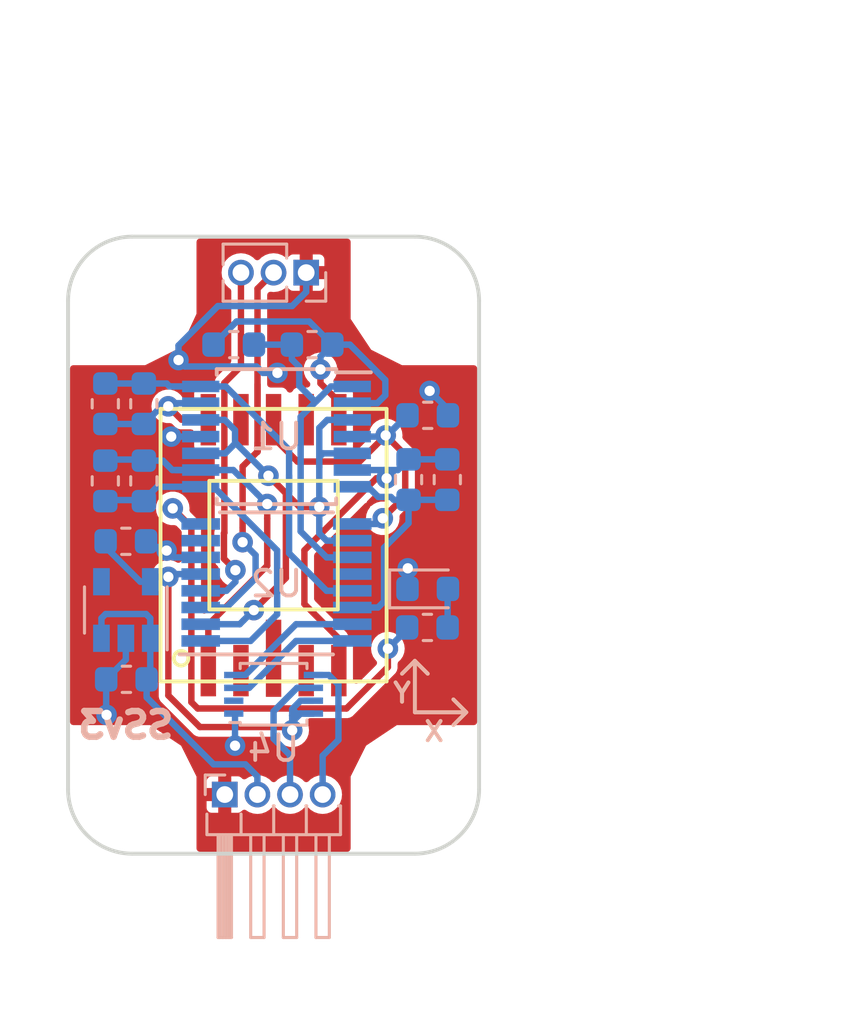
<source format=kicad_pcb>
(kicad_pcb (version 20240108) (generator "pcbnew") (generator_version "8.0")
  (title_block (title "PSS Sun Sensor") (date "2021-06-29") (rev "v3") (company "Aalto University") (comment 1 "Petri Niemelä"))
  (layers (0 "F.Cu" signal) (31 "B.Cu" signal) (34 "B.Paste" user) (35 "F.Paste" user) (36 "B.SilkS" user "B.Silkscreen") (37 "F.SilkS" user "F.Silkscreen") (38 "B.Mask" user) (39 "F.Mask" user) (44 "Edge.Cuts" user))
  (net 0 "")
  (net 1 "+3V3")
  (net 2 "GND")
  (net 3 "/VX1")
  (net 4 "Net-(D1-Anode_Y2)")
  (net 5 "Net-(D1-Anode_Y1)")
  (net 6 "/VX2")
  (net 7 "/VY1")
  (net 8 "Net-(D1-Anode_X2)")
  (net 9 "Net-(D1-Anode_X1)")
  (net 10 "/VY2")
  (net 16 "/V_ref")
  (net 17 "/SCL")
  (net 18 "/SDA")
  (net 19 "/Vopamp")
  (net 20 "/SBWTDIO")
  (net 21 "/VIN")
  (net 22 "/SBWTCK")
  (net 23 "Net-(D2-A)")
  (net 24 "/LED")
  (net 28 "/SDA_OUT")
  (net 29 "/SCL_OUT")
  (footprint "MountingHole:MountingHole_2.2mm_M2" (layer "F.Cu") (at 144.5 109.5)
    (property "Reference" "MH4" (hide yes))
    (property "Value" "MountingHole")
    (pad "" np_thru_hole circle (at 0 0) (size 2.2 2.2) (drill 2.2) (layers "*.Cu" "*.Mask"))
  )
  (footprint "MountingHole:MountingHole_2.2mm_M2" (layer "F.Cu") (at 155.5 90.5)
    (property "Reference" "MH2" (hide yes))
    (property "Value" "MountingHole")
    (pad "" np_thru_hole circle (at 0 0) (size 2.2 2.2) (drill 2.2) (layers "*.Cu" "*.Mask"))
  )
  (footprint "MountingHole:MountingHole_2.2mm_M2" (layer "F.Cu") (at 155.5 109.5)
    (property "Reference" "MH3" (hide yes))
    (property "Value" "MountingHole")
    (pad "" np_thru_hole circle (at 0 0) (size 2.2 2.2) (drill 2.2) (layers "*.Cu" "*.Mask"))
  )
  (footprint "MountingHole:MountingHole_2.2mm_M2" (layer "F.Cu") (at 144.5 90.5)
    (property "Reference" "MH1" (hide yes))
    (property "Value" "MountingHole")
    (pad "" np_thru_hole circle (at 0 0) (size 2.2 2.2) (drill 2.2) (layers "*.Cu" "*.Mask"))
  )
  (footprint "Foresail:Hamatsu_S5980" (layer "F.Cu") (at 150 100)
    (property "Reference" "D1" (hide yes))
    (property "Value" "Hamamatsu S5990-01")
    (fp_line (start -4.4 -5.3) (end 4.4 -5.3) (stroke (width 0.15)) (layer "F.SilkS"))
    (fp_line (start -4.4 5.3) (end -4.4 -5.3) (stroke (width 0.15)) (layer "F.SilkS"))
    (fp_line (start -2.5 -2.5) (end 2.5 -2.5) (stroke (width 0.15)) (layer "F.SilkS"))
    (fp_line (start -2.5 2.5) (end -2.5 -2.5) (stroke (width 0.15)) (layer "F.SilkS"))
    (fp_line (start 2.5 -2.5) (end 2.5 2.5) (stroke (width 0.15)) (layer "F.SilkS"))
    (fp_line (start 2.5 2.5) (end -2.5 2.5) (stroke (width 0.15)) (layer "F.SilkS"))
    (fp_line (start 4.4 -5.3) (end 4.4 5.3) (stroke (width 0.15)) (layer "F.SilkS"))
    (fp_line (start 4.4 5.3) (end -4.4 5.3) (stroke (width 0.15)) (layer "F.SilkS"))
    (fp_circle (center -3.6 4.4) (end -3.317157 4.4) (stroke (width 0.15)) (fill none) (layer "F.SilkS"))
    (pad "1" smd rect (at -2.54 4.88) (size 0.6 2) (layers "F.Cu" "F.Paste" "F.Mask") (net 9 "Net-(D1-Anode_X1)"))
    (pad "2" smd rect (at -1.27 4.88) (size 0.6 2) (layers "F.Cu" "F.Paste" "F.Mask"))
    (pad "3" smd rect (at 0 4.4) (size 0.6 3) (layers "F.Cu" "F.Paste" "F.Mask"))
    (pad "4" smd rect (at 1.27 4.88) (size 0.6 2) (layers "F.Cu" "F.Paste" "F.Mask"))
    (pad "5" smd rect (at 2.54 4.88) (size 0.6 2) (layers "F.Cu" "F.Paste" "F.Mask") (net 5 "Net-(D1-Anode_Y1)"))
    (pad "6" smd rect (at 2.54 -4.88) (size 0.6 2) (layers "F.Cu" "F.Paste" "F.Mask") (net 8 "Net-(D1-Anode_X2)"))
    (pad "7" smd rect (at 1.27 -4.88) (size 0.6 2) (layers "F.Cu" "F.Paste" "F.Mask"))
    (pad "8" smd rect (at 0 -4.88) (size 0.6 2) (layers "F.Cu" "F.Paste" "F.Mask") (net 19 "/Vopamp"))
    (pad "9" smd rect (at -1.27 -4.88) (size 0.6 2) (layers "F.Cu" "F.Paste" "F.Mask"))
    (pad "10" smd rect (at -2.54 -4.88) (size 0.6 2) (layers "F.Cu" "F.Paste" "F.Mask") (net 4 "Net-(D1-Anode_Y2)"))
  )
  (footprint "Capacitor_SMD:C_0603_1608Metric" (layer "B.Cu") (at 156 94.95 180)
    (property "Reference" "C1" (hide yes))
    (property "Value" "10n")
    (fp_line (start -0.162779 0.51) (end 0.162779 0.51) (stroke (width 0.12)) (layer "B.SilkS"))
    (fp_line (start -0.162779 -0.51) (end 0.162779 -0.51) (stroke (width 0.12)) (layer "B.SilkS"))
    (pad "1" smd roundrect (at -0.7875 0 180) (size 0.875 0.95) (layers "B.Cu" "B.Paste" "B.Mask") (net 2 "GND"))
    (pad "2" smd roundrect (at 0.7875 0 180) (size 0.875 0.95) (layers "B.Cu" "B.Paste" "B.Mask") (net 19 "/Vopamp"))
  )
  (footprint "Resistor_SMD:R_0603_1608Metric" (layer "B.Cu") (at 143.45 97.5 90)
    (property "Reference" "R4" (hide yes))
    (property "Value" "9k1")
    (fp_line (start -0.162779 -0.51) (end 0.162779 -0.51) (stroke (width 0.12)) (layer "B.SilkS"))
    (fp_line (start -0.162779 0.51) (end 0.162779 0.51) (stroke (width 0.12)) (layer "B.SilkS"))
    (pad "1" smd roundrect (at -0.7875 0 90) (size 0.875 0.95) (layers "B.Cu" "B.Paste" "B.Mask") (net 3 "/VX1"))
    (pad "2" smd roundrect (at 0.7875 0 90) (size 0.875 0.95) (layers "B.Cu" "B.Paste" "B.Mask") (net 9 "Net-(D1-Anode_X1)"))
  )
  (footprint "Capacitor_SMD:C_0603_1608Metric" (layer "B.Cu") (at 143.45 94.5 -90)
    (property "Reference" "C3" (hide yes))
    (property "Value" "470n")
    (fp_line (start -0.162779 0.51) (end 0.162779 0.51) (stroke (width 0.12)) (layer "B.SilkS"))
    (fp_line (start -0.162779 -0.51) (end 0.162779 -0.51) (stroke (width 0.12)) (layer "B.SilkS"))
    (pad "1" smd roundrect (at -0.7875 0 270) (size 0.875 0.95) (layers "B.Cu" "B.Paste" "B.Mask") (net 10 "/VY2"))
    (pad "2" smd roundrect (at 0.7875 0 270) (size 0.875 0.95) (layers "B.Cu" "B.Paste" "B.Mask") (net 4 "Net-(D1-Anode_Y2)"))
  )
  (footprint "Capacitor_SMD:C_0603_1608Metric" (layer "B.Cu") (at 144.95 97.5 90)
    (property "Reference" "C6" (hide yes))
    (property "Value" "470n")
    (fp_line (start -0.162779 -0.51) (end 0.162779 -0.51) (stroke (width 0.12)) (layer "B.SilkS"))
    (fp_line (start -0.162779 0.51) (end 0.162779 0.51) (stroke (width 0.12)) (layer "B.SilkS"))
    (pad "1" smd roundrect (at -0.7875 0 90) (size 0.875 0.95) (layers "B.Cu" "B.Paste" "B.Mask") (net 3 "/VX1"))
    (pad "2" smd roundrect (at 0.7875 0 90) (size 0.875 0.95) (layers "B.Cu" "B.Paste" "B.Mask") (net 9 "Net-(D1-Anode_X1)"))
  )
  (footprint "Resistor_SMD:R_0603_1608Metric" (layer "B.Cu") (at 144.95 94.5 -90)
    (property "Reference" "R1" (hide yes))
    (property "Value" "9k1")
    (fp_line (start -0.162779 0.51) (end 0.162779 0.51) (stroke (width 0.12)) (layer "B.SilkS"))
    (fp_line (start -0.162779 -0.51) (end 0.162779 -0.51) (stroke (width 0.12)) (layer "B.SilkS"))
    (pad "1" smd roundrect (at -0.7875 0 270) (size 0.875 0.95) (layers "B.Cu" "B.Paste" "B.Mask") (net 10 "/VY2"))
    (pad "2" smd roundrect (at 0.7875 0 270) (size 0.875 0.95) (layers "B.Cu" "B.Paste" "B.Mask") (net 4 "Net-(D1-Anode_Y2)"))
  )
  (footprint "Capacitor_SMD:C_0603_1608Metric" (layer "B.Cu") (at 148.45 92.2 180)
    (property "Reference" "C5" (hide yes))
    (property "Value" "470n")
    (fp_line (start -0.162779 0.51) (end 0.162779 0.51) (stroke (width 0.12)) (layer "B.SilkS"))
    (fp_line (start -0.162779 -0.51) (end 0.162779 -0.51) (stroke (width 0.12)) (layer "B.SilkS"))
    (pad "1" smd roundrect (at -0.7875 0 180) (size 0.875 0.95) (layers "B.Cu" "B.Paste" "B.Mask") (net 6 "/VX2"))
    (pad "2" smd roundrect (at 0.7875 0 180) (size 0.875 0.95) (layers "B.Cu" "B.Paste" "B.Mask") (net 8 "Net-(D1-Anode_X2)"))
  )
  (footprint "LED_SMD:LED_0603_1608Metric" (layer "B.Cu") (at 156 101.7)
    (property "Reference" "D2" (hide yes))
    (property "Value" "YELLOW LED")
    (fp_line (start -1.485 -0.735) (end 0.8 -0.735) (stroke (width 0.12)) (layer "B.SilkS"))
    (fp_line (start -1.485 0.735) (end -1.485 -0.735) (stroke (width 0.12)) (layer "B.SilkS"))
    (fp_line (start 0.8 0.735) (end -1.485 0.735) (stroke (width 0.12)) (layer "B.SilkS"))
    (pad "1" smd roundrect (at -0.7875 0) (size 0.875 0.95) (layers "B.Cu" "B.Paste" "B.Mask") (net 2 "GND"))
    (pad "2" smd roundrect (at 0.7875 0) (size 0.875 0.95) (layers "B.Cu" "B.Paste" "B.Mask") (net 23 "Net-(D2-A)"))
  )
  (footprint "Package_TO_SOT_SMD:SOT-23-5" (layer "B.Cu") (at 144.25 102.522 90)
    (property "Reference" "U3" (hide yes))
    (property "Value" "TLV71333P-Q1")
    (fp_line (start -0.9 -1.61) (end 0.9 -1.61) (stroke (width 0.12)) (layer "B.SilkS"))
    (fp_line (start 0.9 1.61) (end -1.55 1.61) (stroke (width 0.12)) (layer "B.SilkS"))
    (pad "1" smd rect (at -1.1 0.95 90) (size 1.06 0.65) (layers "B.Cu" "B.Paste" "B.Mask") (net 21 "/VIN"))
    (pad "2" smd rect (at -1.1 0 90) (size 1.06 0.65) (layers "B.Cu" "B.Paste" "B.Mask") (net 2 "GND"))
    (pad "3" smd rect (at -1.1 -0.95 90) (size 1.06 0.65) (layers "B.Cu" "B.Paste" "B.Mask") (net 21 "/VIN"))
    (pad "4" smd rect (at 1.1 -0.95 90) (size 1.06 0.65) (layers "B.Cu" "B.Paste" "B.Mask"))
    (pad "5" smd rect (at 1.1 0.95 90) (size 1.06 0.65) (layers "B.Cu" "B.Paste" "B.Mask") (net 1 "+3V3"))
  )
  (footprint "Capacitor_SMD:C_0603_1608Metric" (layer "B.Cu") (at 144.272 105.218)
    (property "Reference" "C2" (hide yes))
    (property "Value" "100n")
    (fp_line (start -0.162779 -0.51) (end 0.162779 -0.51) (stroke (width 0.12)) (layer "B.SilkS"))
    (fp_line (start -0.162779 0.51) (end 0.162779 0.51) (stroke (width 0.12)) (layer "B.SilkS"))
    (pad "1" smd roundrect (at -0.7875 0) (size 0.875 0.95) (layers "B.Cu" "B.Paste" "B.Mask") (net 2 "GND"))
    (pad "2" smd roundrect (at 0.7875 0) (size 0.875 0.95) (layers "B.Cu" "B.Paste" "B.Mask") (net 21 "/VIN"))
  )
  (footprint "Resistor_SMD:R_0603_1608Metric" (layer "B.Cu") (at 155.254 97.45 90)
    (property "Reference" "R2" (hide yes))
    (property "Value" "9k1")
    (fp_line (start -0.162779 -0.51) (end 0.162779 -0.51) (stroke (width 0.12)) (layer "B.SilkS"))
    (fp_line (start -0.162779 0.51) (end 0.162779 0.51) (stroke (width 0.12)) (layer "B.SilkS"))
    (pad "1" smd roundrect (at -0.7875 0 90) (size 0.875 0.95) (layers "B.Cu" "B.Paste" "B.Mask") (net 7 "/VY1"))
    (pad "2" smd roundrect (at 0.7875 0 90) (size 0.875 0.95) (layers "B.Cu" "B.Paste" "B.Mask") (net 5 "Net-(D1-Anode_Y1)"))
  )
  (footprint "Package_SO:TSSOP-16_4.4x5mm_P0.65mm" (layer "B.Cu") (at 150.114 101.45)
    (property "Reference" "U2" (at 0 0.05 0) (layer "B.SilkS") (effects (justify mirror)))
    (property "Value" "MSP430FR2311IPW16")
    (fp_line (start -3.775 2.8) (end 2.2 2.8) (stroke (width 0.15)) (layer "B.SilkS"))
    (fp_line (start -2.2 -2.725) (end 2.2 -2.725) (stroke (width 0.15)) (layer "B.SilkS"))
    (pad "1" smd rect (at -2.95 2.275) (size 1.5 0.45) (layers "B.Cu" "B.Paste" "B.Mask") (net 3 "/VX1"))
    (pad "2" smd rect (at -2.95 1.625) (size 1.5 0.45) (layers "B.Cu" "B.Paste" "B.Mask") (net 16 "/V_ref"))
    (pad "3" smd rect (at -2.95 0.975) (size 1.5 0.45) (layers "B.Cu" "B.Paste" "B.Mask") (net 22 "/SBWTCK"))
    (pad "4" smd rect (at -2.95 0.325) (size 1.5 0.45) (layers "B.Cu" "B.Paste" "B.Mask") (net 20 "/SBWTDIO"))
    (pad "5" smd rect (at -2.95 -0.325) (size 1.5 0.45) (layers "B.Cu" "B.Paste" "B.Mask") (net 1 "+3V3"))
    (pad "6" smd rect (at -2.95 -0.975) (size 1.5 0.45) (layers "B.Cu" "B.Paste" "B.Mask") (net 2 "GND"))
    (pad "7" smd rect (at -2.95 -1.625) (size 1.5 0.45) (layers "B.Cu" "B.Paste" "B.Mask"))
    (pad "8" smd rect (at -2.95 -2.275) (size 1.5 0.45) (layers "B.Cu" "B.Paste" "B.Mask") (net 24 "/LED"))
    (pad "9" smd rect (at 2.95 -2.275) (size 1.5 0.45) (layers "B.Cu" "B.Paste" "B.Mask") (net 19 "/Vopamp"))
    (pad "10" smd rect (at 2.95 -1.625) (size 1.5 0.45) (layers "B.Cu" "B.Paste" "B.Mask") (net 16 "/V_ref"))
    (pad "11" smd rect (at 2.95 -0.975) (size 1.5 0.45) (layers "B.Cu" "B.Paste" "B.Mask") (net 6 "/VX2"))
    (pad "12" smd rect (at 2.95 -0.325) (size 1.5 0.45) (layers "B.Cu" "B.Paste" "B.Mask"))
    (pad "13" smd rect (at 2.95 0.325) (size 1.5 0.45) (layers "B.Cu" "B.Paste" "B.Mask") (net 10 "/VY2"))
    (pad "14" smd rect (at 2.95 0.975) (size 1.5 0.45) (layers "B.Cu" "B.Paste" "B.Mask") (net 7 "/VY1"))
    (pad "15" smd rect (at 2.95 1.625) (size 1.5 0.45) (layers "B.Cu" "B.Paste" "B.Mask") (net 17 "/SCL"))
    (pad "16" smd rect (at 2.95 2.275) (size 1.5 0.45) (layers "B.Cu" "B.Paste" "B.Mask") (net 18 "/SDA"))
  )
  (footprint "Package_SO:TSSOP-14_4.4x5mm_P0.65mm" (layer "B.Cu") (at 150.114 95.778 180)
    (property "Reference" "U1" (at 0 0 180) (layer "B.SilkS") (effects (justify mirror)))
    (property "Value" "LMV344-Q1")
    (fp_line (start 2.325 2.625) (end 2.325 2.4) (stroke (width 0.15)) (layer "B.SilkS"))
    (fp_line (start 2.325 -2.625) (end 2.325 -2.4) (stroke (width 0.15)) (layer "B.SilkS"))
    (fp_line (start -2.325 2.625) (end 2.325 2.625) (stroke (width 0.15)) (layer "B.SilkS"))
    (fp_line (start -2.325 2.625) (end -2.325 2.5) (stroke (width 0.15)) (layer "B.SilkS"))
    (fp_line (start -2.325 2.5) (end -3.675 2.5) (stroke (width 0.15)) (layer "B.SilkS"))
    (fp_line (start -2.325 -2.625) (end 2.325 -2.625) (stroke (width 0.15)) (layer "B.SilkS"))
    (fp_line (start -2.325 -2.625) (end -2.325 -2.4) (stroke (width 0.15)) (layer "B.SilkS"))
    (pad "1" smd rect (at -2.95 1.95 180) (size 1.45 0.45) (layers "B.Cu" "B.Paste" "B.Mask") (net 6 "/VX2"))
    (pad "2" smd rect (at -2.95 1.3 180) (size 1.45 0.45) (layers "B.Cu" "B.Paste" "B.Mask") (net 8 "Net-(D1-Anode_X2)"))
    (pad "3" smd rect (at -2.95 0.65 180) (size 1.45 0.45) (layers "B.Cu" "B.Paste" "B.Mask") (net 16 "/V_ref"))
    (pad "4" smd rect (at -2.95 0 180) (size 1.45 0.45) (layers "B.Cu" "B.Paste" "B.Mask") (net 19 "/Vopamp"))
    (pad "5" smd rect (at -2.95 -0.65 180) (size 1.45 0.45) (layers "B.Cu" "B.Paste" "B.Mask") (net 16 "/V_ref"))
    (pad "6" smd rect (at -2.95 -1.3 180) (size 1.45 0.45) (layers "B.Cu" "B.Paste" "B.Mask") (net 5 "Net-(D1-Anode_Y1)"))
    (pad "7" smd rect (at -2.95 -1.95 180) (size 1.45 0.45) (layers "B.Cu" "B.Paste" "B.Mask") (net 7 "/VY1"))
    (pad "8" smd rect (at 2.95 -1.95 180) (size 1.45 0.45) (layers "B.Cu" "B.Paste" "B.Mask") (net 3 "/VX1"))
    (pad "9" smd rect (at 2.95 -1.3 180) (size 1.45 0.45) (layers "B.Cu" "B.Paste" "B.Mask") (net 9 "Net-(D1-Anode_X1)"))
    (pad "10" smd rect (at 2.95 -0.65 180) (size 1.45 0.45) (layers "B.Cu" "B.Paste" "B.Mask") (net 16 "/V_ref"))
    (pad "11" smd rect (at 2.95 0 180) (size 1.45 0.45) (layers "B.Cu" "B.Paste" "B.Mask") (net 2 "GND"))
    (pad "12" smd rect (at 2.95 0.65 180) (size 1.45 0.45) (layers "B.Cu" "B.Paste" "B.Mask") (net 16 "/V_ref"))
    (pad "13" smd rect (at 2.95 1.3 180) (size 1.45 0.45) (layers "B.Cu" "B.Paste" "B.Mask") (net 4 "Net-(D1-Anode_Y2)"))
    (pad "14" smd rect (at 2.95 1.95 180) (size 1.45 0.45) (layers "B.Cu" "B.Paste" "B.Mask") (net 10 "/VY2"))
  )
  (footprint "Resistor_SMD:R_0603_1608Metric" (layer "B.Cu") (at 151.5 92.2)
    (property "Reference" "R3" (hide yes))
    (property "Value" "9k1")
    (fp_line (start -0.162779 -0.51) (end 0.162779 -0.51) (stroke (width 0.12)) (layer "B.SilkS"))
    (fp_line (start -0.162779 0.51) (end 0.162779 0.51) (stroke (width 0.12)) (layer "B.SilkS"))
    (pad "1" smd roundrect (at -0.7875 0) (size 0.875 0.95) (layers "B.Cu" "B.Paste" "B.Mask") (net 6 "/VX2"))
    (pad "2" smd roundrect (at 0.7875 0) (size 0.875 0.95) (layers "B.Cu" "B.Paste" "B.Mask") (net 8 "Net-(D1-Anode_X2)"))
  )
  (footprint "Capacitor_SMD:C_0603_1608Metric" (layer "B.Cu") (at 144.25 99.85 180)
    (property "Reference" "C7" (hide yes))
    (property "Value" "100n")
    (fp_line (start -0.162779 0.51) (end 0.162779 0.51) (stroke (width 0.12)) (layer "B.SilkS"))
    (fp_line (start -0.162779 -0.51) (end 0.162779 -0.51) (stroke (width 0.12)) (layer "B.SilkS"))
    (pad "1" smd roundrect (at -0.7875 0 180) (size 0.875 0.95) (layers "B.Cu" "B.Paste" "B.Mask") (net 2 "GND"))
    (pad "2" smd roundrect (at 0.7875 0 180) (size 0.875 0.95) (layers "B.Cu" "B.Paste" "B.Mask") (net 1 "+3V3"))
  )
  (footprint "Connector_PinHeader_1.27mm:PinHeader_1x04_P1.27mm_Horizontal" (layer "B.Cu") (at 148.1 109.7 -90)
    (property "Reference" "J2" (hide yes))
    (property "Value" "Conn_01x04")
    (fp_line (start -0.76 0.76) (end 0 0.76) (stroke (width 0.12)) (layer "B.SilkS"))
    (fp_line (start 0.76 0.695) (end 1.56 0.695) (stroke (width 0.12)) (layer "B.SilkS"))
    (fp_line (start 1.56 0.695) (end 1.56 -4.505) (stroke (width 0.12)) (layer "B.SilkS"))
    (fp_line (start 1.56 0.26) (end 5.56 0.26) (stroke (width 0.12)) (layer "B.SilkS"))
    (fp_line (start 5.56 0.26) (end 5.56 -0.26) (stroke (width 0.12)) (layer "B.SilkS"))
    (fp_line (start 1.56 0.2) (end 5.56 0.2) (stroke (width 0.12)) (layer "B.SilkS"))
    (fp_line (start 1.56 0.08) (end 5.56 0.08) (stroke (width 0.12)) (layer "B.SilkS"))
    (fp_line (start -0.76 0) (end -0.76 0.76) (stroke (width 0.12)) (layer "B.SilkS"))
    (fp_line (start 1.56 -0.04) (end 5.56 -0.04) (stroke (width 0.12)) (layer "B.SilkS"))
    (fp_line (start 1.56 -0.16) (end 5.56 -0.16) (stroke (width 0.12)) (layer "B.SilkS"))
    (fp_line (start 5.56 -0.26) (end 1.56 -0.26) (stroke (width 0.12)) (layer "B.SilkS"))
    (fp_line (start 0.76 -0.635) (end 1.56 -0.635) (stroke (width 0.12)) (layer "B.SilkS"))
    (fp_line (start 1.56 -1.01) (end 5.56 -1.01) (stroke (width 0.12)) (layer "B.SilkS"))
    (fp_line (start 5.56 -1.01) (end 5.56 -1.53) (stroke (width 0.12)) (layer "B.SilkS"))
    (fp_line (start 5.56 -1.53) (end 1.56 -1.53) (stroke (width 0.12)) (layer "B.SilkS"))
    (fp_line (start 0.44 -1.889677) (end 0.44 -1.920323) (stroke (width 0.12)) (layer "B.SilkS"))
    (fp_line (start 0.44 -1.905) (end 1.56 -1.905) (stroke (width 0.12)) (layer "B.SilkS"))
    (fp_line (start 1.56 -2.28) (end 5.56 -2.28) (stroke (width 0.12)) (layer "B.SilkS"))
    (fp_line (start 5.56 -2.28) (end 5.56 -2.8) (stroke (width 0.12)) (layer "B.SilkS"))
    (fp_line (start 5.56 -2.8) (end 1.56 -2.8) (stroke (width 0.12)) (layer "B.SilkS"))
    (fp_line (start 0.44 -3.159677) (end 0.44 -3.190323) (stroke (width 0.12)) (layer "B.SilkS"))
    (fp_line (start 0.44 -3.175) (end 1.56 -3.175) (stroke (width 0.12)) (layer "B.SilkS"))
    (fp_line (start 1.56 -3.55) (end 5.56 -3.55) (stroke (width 0.12)) (layer "B.SilkS"))
    (fp_line (start 5.56 -3.55) (end 5.56 -4.07) (stroke (width 0.12)) (layer "B.SilkS"))
    (fp_line (start 5.56 -4.07) (end 1.56 -4.07) (stroke (width 0.12)) (layer "B.SilkS"))
    (fp_line (start 0.44 -4.505) (end 0.44 -4.429677) (stroke (width 0.12)) (layer "B.SilkS"))
    (fp_line (start 1.56 -4.505) (end 0.44 -4.505) (stroke (width 0.12)) (layer "B.SilkS"))
    (pad "1" thru_hole rect (at 0 0 270) (size 1 1) (drill 0.65) (layers "*.Cu" "*.Mask") (net 2 "GND"))
    (pad "2" thru_hole oval (at 0 -1.27 270) (size 1 1) (drill 0.65) (layers "*.Cu" "*.Mask") (net 21 "/VIN"))
    (pad "3" thru_hole oval (at 0 -2.54 270) (size 1 1) (drill 0.65) (layers "*.Cu" "*.Mask") (net 28 "/SDA_OUT"))
    (pad "4" thru_hole oval (at 0 -3.81 270) (size 1 1) (drill 0.65) (layers "*.Cu" "*.Mask") (net 29 "/SCL_OUT"))
  )
  (footprint "Connector_PinHeader_1.27mm:PinHeader_1x03_P1.27mm_Vertical" (layer "B.Cu") (at 151.27 89.4 90)
    (property "Reference" "J1" (hide yes))
    (property "Value" "Conn_01x03")
    (fp_line (start 0.30753 -3.235) (end 1.11 -3.235) (stroke (width 0.12)) (layer "B.SilkS"))
    (fp_line (start -1.11 -3.235) (end -0.30753 -3.235) (stroke (width 0.12)) (layer "B.SilkS"))
    (fp_line (start 1.11 -0.76) (end 1.11 -3.235) (stroke (width 0.12)) (layer "B.SilkS"))
    (fp_line (start 0.563471 -0.76) (end 1.11 -0.76) (stroke (width 0.12)) (layer "B.SilkS"))
    (fp_line (start -1.11 -0.76) (end -1.11 -3.235) (stroke (width 0.12)) (layer "B.SilkS"))
    (fp_line (start -1.11 -0.76) (end -0.563471 -0.76) (stroke (width 0.12)) (layer "B.SilkS"))
    (fp_line (start -1.11 0) (end -1.11 0.76) (stroke (width 0.12)) (layer "B.SilkS"))
    (fp_line (start -1.11 0.76) (end 0 0.76) (stroke (width 0.12)) (layer "B.SilkS"))
    (pad "1" thru_hole rect (at 0 0 90) (size 1 1) (drill 0.65) (layers "*.Cu" "*.Mask") (net 2 "GND"))
    (pad "2" thru_hole oval (at 0 -1.27 90) (size 1 1) (drill 0.65) (layers "*.Cu" "*.Mask") (net 22 "/SBWTCK"))
    (pad "3" thru_hole oval (at 0 -2.54 90) (size 1 1) (drill 0.65) (layers "*.Cu" "*.Mask") (net 20 "/SBWTDIO"))
  )
  (footprint "Capacitor_SMD:C_0603_1608Metric" (layer "B.Cu") (at 156.762 97.45 90)
    (property "Reference" "C4" (hide yes))
    (property "Value" "470n")
    (fp_line (start -0.162779 -0.51) (end 0.162779 -0.51) (stroke (width 0.12)) (layer "B.SilkS"))
    (fp_line (start -0.162779 0.51) (end 0.162779 0.51) (stroke (width 0.12)) (layer "B.SilkS"))
    (pad "1" smd roundrect (at -0.7875 0 90) (size 0.875 0.95) (layers "B.Cu" "B.Paste" "B.Mask") (net 7 "/VY1"))
    (pad "2" smd roundrect (at 0.7875 0 90) (size 0.875 0.95) (layers "B.Cu" "B.Paste" "B.Mask") (net 5 "Net-(D1-Anode_Y1)"))
  )
  (footprint "Resistor_SMD:R_0603_1608Metric" (layer "B.Cu") (at 155.9875 103.2)
    (property "Reference" "R5" (hide yes))
    (property "Value" "330")
    (fp_line (start -0.162779 -0.51) (end 0.162779 -0.51) (stroke (width 0.12)) (layer "B.SilkS"))
    (fp_line (start -0.162779 0.51) (end 0.162779 0.51) (stroke (width 0.12)) (layer "B.SilkS"))
    (pad "1" smd roundrect (at -0.7875 0) (size 0.875 0.95) (layers "B.Cu" "B.Paste" "B.Mask") (net 24 "/LED"))
    (pad "2" smd roundrect (at 0.7875 0) (size 0.875 0.95) (layers "B.Cu" "B.Paste" "B.Mask") (net 23 "Net-(D2-A)"))
  )
  (footprint "Package_SO:VSSOP-8_2.4x2.1mm_P0.5mm" (layer "B.Cu") (at 150 105.8)
    (property "Reference" "U4" (at 0 2.1 0) (layer "B.SilkS") (effects (justify mirror)))
    (property "Value" "SN74TVC3306DCT")
    (fp_line (start -1.3 -1.2) (end -1.3 -1) (stroke (width 0.12)) (layer "B.SilkS"))
    (fp_line (start -1.3 -1.2) (end 1.3 -1.2) (stroke (width 0.12)) (layer "B.SilkS"))
    (fp_line (start -1.3 1.1) (end -1.7 1.1) (stroke (width 0.12)) (layer "B.SilkS"))
    (fp_line (start -1.3 1.2) (end -1.3 1.1) (stroke (width 0.12)) (layer "B.SilkS"))
    (fp_line (start 1.3 -1.2) (end 1.3 -1) (stroke (width 0.12)) (layer "B.SilkS"))
    (fp_line (start 1.3 1) (end 1.3 1.2) (stroke (width 0.12)) (layer "B.SilkS"))
    (fp_line (start 1.3 1.2) (end -1.3 1.2) (stroke (width 0.12)) (layer "B.SilkS"))
    (pad "1" smd rect (at -1.55 0.75) (size 0.75 0.25) (layers "B.Cu" "B.Paste" "B.Mask") (net 2 "GND"))
    (pad "2" smd rect (at -1.55 0.25) (size 0.75 0.25) (layers "B.Cu" "B.Paste" "B.Mask"))
    (pad "3" smd rect (at -1.55 -0.25) (size 0.75 0.25) (layers "B.Cu" "B.Paste" "B.Mask") (net 18 "/SDA"))
    (pad "4" smd rect (at -1.55 -0.75) (size 0.75 0.25) (layers "B.Cu" "B.Paste" "B.Mask") (net 17 "/SCL"))
    (pad "5" smd rect (at 1.55 -0.75) (size 0.75 0.25) (layers "B.Cu" "B.Paste" "B.Mask") (net 29 "/SCL_OUT"))
    (pad "6" smd rect (at 1.55 -0.25) (size 0.75 0.25) (layers "B.Cu" "B.Paste" "B.Mask") (net 28 "/SDA_OUT"))
    (pad "7" smd rect (at 1.55 0.25) (size 0.75 0.25) (layers "B.Cu" "B.Paste" "B.Mask") (net 1 "+3V3"))
    (pad "8" smd rect (at 1.55 0.75) (size 0.75 0.25) (layers "B.Cu" "B.Paste" "B.Mask") (net 1 "+3V3"))
  )
  (gr_line (start 155.5 104.5) (end 155 105) (stroke (width 0.15)) (layer "B.SilkS"))
  (gr_line (start 157.5 106.5) (end 157 107) (stroke (width 0.15)) (layer "B.SilkS"))
  (gr_line (start 155.5 106.5) (end 157.5 106.5) (stroke (width 0.15)) (layer "B.SilkS"))
  (gr_line (start 155.5 104.5) (end 156 105) (stroke (width 0.15)) (layer "B.SilkS"))
  (gr_line (start 157.5 106.5) (end 157 106) (stroke (width 0.15)) (layer "B.SilkS"))
  (gr_line (start 155.5 106.5) (end 155.5 104.5) (stroke (width 0.15)) (layer "B.SilkS"))
  (gr_line (start 155.5 106.5) (end 157.5 106.5) (stroke (width 0.15)) (layer "F.SilkS"))
  (gr_line (start 155.5 104.5) (end 155.5 106.5) (stroke (width 0.15)) (layer "F.SilkS"))
  (gr_line (start 155 105) (end 155.5 104.5) (stroke (width 0.15)) (layer "F.SilkS"))
  (gr_line (start 156 105) (end 155.5 104.5) (stroke (width 0.15)) (layer "F.SilkS"))
  (gr_line (start 157.5 106.5) (end 157 106) (stroke (width 0.15)) (layer "F.SilkS"))
  (gr_line (start 157.5 106.5) (end 157 107) (stroke (width 0.15)) (layer "F.SilkS"))
  (gr_line (start 144.5 88) (end 155.5 88) (stroke (width 0.15)) (layer "Edge.Cuts"))
  (gr_line (start 158 90.5) (end 158 109.5) (stroke (width 0.15)) (layer "Edge.Cuts"))
  (gr_line (start 142 109.5) (end 142 90.5) (stroke (width 0.15)) (layer "Edge.Cuts"))
  (gr_arc (start 158 109.5) (mid 157.267767 111.267767) (end 155.5 112) (stroke (width 0.15)) (layer "Edge.Cuts"))
  (gr_arc (start 144.5 112) (mid 142.732233 111.267767) (end 142 109.5) (stroke (width 0.15)) (layer "Edge.Cuts"))
  (gr_line (start 155.5 112) (end 144.5 112) (stroke (width 0.15)) (layer "Edge.Cuts"))
  (gr_arc (start 142 90.5) (mid 142.732233 88.732233) (end 144.5 88) (stroke (width 0.15)) (layer "Edge.Cuts"))
  (gr_arc (start 155.5 88) (mid 157.267767 88.732233) (end 158 90.5) (stroke (width 0.15)) (layer "Edge.Cuts"))
  (gr_text "X" (at 156.25 107.25 0) (layer "B.SilkS") (effects (font (size 0.75 0.75)) (justify mirror)))
  (gr_text "Y" (at 155 105.75 0) (layer "B.SilkS") (effects (font (size 0.75 0.75)) (justify mirror)))
  (gr_text "SSv3" (at 144.25 107 0) (layer "B.SilkS") (effects (font (size 1 1) (thickness 0.25)) (justify mirror)))
  (gr_text "X" (at 156.25 107.25 0) (layer "F.SilkS") (effects (font (size 0.75 0.75))))
  (gr_text "Y" (at 155 105.75 0) (layer "F.SilkS") (effects (font (size 0.75 0.75))))
  (segment (start 147.133586 107.074999) (end 145.904296 105.845709) (width 0.25) (layer "F.Cu") (net 1))
  (segment (start 145.904296 105.845709) (end 145.904296 101.233432) (width 0.25) (layer "F.Cu") (net 1))
  (segment (start 150.600009 107.074999) (end 147.133586 107.074999) (width 0.25) (layer "F.Cu") (net 1))
  (segment (start 150.72501 107.2) (end 150.600009 107.074999) (width 0.25) (layer "F.Cu") (net 1))
  (via (at 150.72501 107.2) (size 0.8) (drill 0.4) (layers "F.Cu" "B.Cu") (net 1))
  (via (at 145.904296 101.233432) (size 0.8) (drill 0.4) (layers "F.Cu" "B.Cu") (net 1))
  (segment (start 151.05 106.55) (end 150.80002 106.55) (width 0.25) (layer "B.Cu") (net 1))
  (segment (start 150.72501 106.37499) (end 150.72501 106.62501) (width 0.25) (layer "B.Cu") (net 1))
  (segment (start 150.80002 106.55) (end 150.72501 106.62501) (width 0.25) (layer "B.Cu") (net 1))
  (segment (start 151.05 106.05) (end 150.72501 106.37499) (width 0.25) (layer "B.Cu") (net 1))
  (segment (start 145.388568 101.233432) (end 145.904296 101.233432) (width 0.25) (layer "B.Cu") (net 1))
  (segment (start 151.55 106.55) (end 150.90002 106.55) (width 0.25) (layer "B.Cu") (net 1))
  (segment (start 150.72501 107.2) (end 150.72501 106.87499) (width 0.25) (layer "B.Cu") (net 1))
  (segment (start 146.012728 101.125) (end 145.904296 101.233432) (width 0.25) (layer "B.Cu") (net 1))
  (segment (start 151.55 106.05) (end 151.05 106.05) (width 0.25) (layer "B.Cu") (net 1))
  (segment (start 150.72501 106.87499) (end 151.05 106.55) (width 0.25) (layer "B.Cu") (net 1))
  (segment (start 150.72501 106.62501) (end 150.72501 107.2) (width 0.25) (layer "B.Cu") (net 1))
  (segment (start 145.2 101.422) (end 145.388568 101.233432) (width 0.25) (layer "B.Cu") (net 1))
  (segment (start 145.2 101.422) (end 144.8125 101.422) (width 0.25) (layer "B.Cu") (net 1))
  (segment (start 150.80001 106.89999) (end 150.80001 107.125) (width 0.25) (layer "B.Cu") (net 1))
  (segment (start 151.55 106.55) (end 151.05 106.55) (width 0.25) (layer "B.Cu") (net 1))
  (segment (start 150.80001 107.125) (end 150.72501 107.2) (width 0.25) (layer "B.Cu") (net 1))
  (segment (start 150.90002 106.55) (end 150.72501 106.37499) (width 0.25) (layer "B.Cu") (net 1))
  (segment (start 144.8125 101.422) (end 143.4625 100.072) (width 0.25) (layer "B.Cu") (net 1))
  (segment (start 147.164 101.125) (end 146.012728 101.125) (width 0.25) (layer "B.Cu") (net 1))
  (segment (start 151.27 89.4) (end 151.27 88.65) (width 0.25) (layer "F.Cu") (net 2))
  (segment (start 151.07 88.45) (end 152.25 88.45) (width 0.25) (layer "F.Cu") (net 2))
  (segment (start 151.27 88.65) (end 151.07 88.45) (width 0.25) (layer "F.Cu") (net 2))
  (segment (start 151.07 88.45) (end 148 88.45) (width 0.25) (layer "F.Cu") (net 2))
  (via (at 156.074999 93.999999) (size 0.8) (drill 0.4) (layers "F.Cu" "B.Cu") (net 2))
  (via (at 146.3 92.8) (size 0.8) (drill 0.4) (layers "F.Cu" "B.Cu") (net 2))
  (via (at 148.5 107.8) (size 0.8) (drill 0.4) (layers "F.Cu" "B.Cu") (net 2))
  (via (at 146.015472 95.778001) (size 0.8) (drill 0.4) (layers "F.Cu" "B.Cu") (net 2))
  (via (at 150.15 93.3) (size 0.8) (drill 0.4) (layers "F.Cu" "B.Cu") (net 2))
  (via (at 143.5 106.6) (size 0.8) (drill 0.4) (layers "F.Cu" "B.Cu") (net 2))
  (via (at 155.225 100.9) (size 0.8) (drill 0.4) (layers "F.Cu" "B.Cu") (net 2))
  (via (at 145.835954 100.210866) (size 0.8) (drill 0.4) (layers "F.Cu" "B.Cu") (net 2))
  (segment (start 146.100088 100.475) (end 145.835954 100.210866) (width 0.25) (layer "B.Cu") (net 2))
  (segment (start 145.428 100.072) (end 145.697088 100.072) (width 0.25) (layer "B.Cu") (net 2))
  (segment (start 146.3 92.8) (end 146.3 92.234315) (width 0.25) (layer "B.Cu") (net 2))
  (segment (start 156.7875 94.7125) (end 156.074999 93.999999) (width 0.25) (layer "B.Cu") (net 2))
  (segment (start 151.27 90.15) (end 151.27 89.4) (width 0.25) (layer "B.Cu") (net 2))
  (segment (start 147.164 100.475) (end 146.100088 100.475) (width 0.25) (layer "B.Cu") (net 2))
  (segment (start 149.334315 93.05) (end 146.55 93.05) (width 0.25) (layer "B.Cu") (net 2))
  (segment (start 150.15 93.3) (end 149.584315 93.3) (width 0.25) (layer "B.Cu") (net 2))
  (segment (start 156.7875 94.95) (end 156.7875 94.7125) (width 0.25) (layer "B.Cu") (net 2))
  (segment (start 143.4845 105.218) (end 144.25 104.4525) (width 0.25) (layer "B.Cu") (net 2))
  (segment (start 146.3 92.234315) (end 147.834315 90.7) (width 0.25) (layer "B.Cu") (net 2))
  (segment (start 155.2125 100.9125) (end 155.225 100.9) (width 0.25) (layer "B.Cu") (net 2))
  (segment (start 146.55 93.05) (end 146.3 92.8) (width 0.25) (layer "B.Cu") (net 2))
  (segment (start 149.584315 93.3) (end 149.334315 93.05) (width 0.25) (layer "B.Cu") (net 2))
  (segment (start 144.25 104.4525) (end 144.25 103.622) (width 0.25) (layer "B.Cu") (net 2))
  (segment (start 145.2 99.9345) (end 145.0375 99.772) (width 0.4) (layer "B.Cu") (net 2))
  (segment (start 146.015473 95.778) (end 146.015472 95.778001) (width 0.25) (layer "B.Cu") (net 2))
  (segment (start 143.4845 105.218) (end 143.4845 106.2845) (width 0.25) (layer "B.Cu") (net 2))
  (segment (start 147.164 95.778) (end 146.015473 95.778) (width 0.25) (layer "B.Cu") (net 2))
  (segment (start 147.834315 90.7) (end 150.72 90.7) (width 0.25) (layer "B.Cu") (net 2))
  (segment (start 150.72 90.7) (end 151.27 90.15) (width 0.25) (layer "B.Cu") (net 2))
  (segment (start 155.2125 101.7) (end 155.2125 100.9125) (width 0.25) (layer "B.Cu") (net 2))
  (segment (start 145.697088 100.072) (end 145.835954 100.210866) (width 0.25) (layer "B.Cu") (net 2))
  (segment (start 148.5 106.6) (end 148.5 107.8) (width 0.25) (layer "B.Cu") (net 2))
  (segment (start 147.164 97.728) (end 145.4675 97.728) (width 0.25) (layer "B.Cu") (net 3))
  (segment (start 150.139024 100.203024) (end 150.139024 102.690982) (width 0.25) (layer "B.Cu") (net 3))
  (segment (start 150.139024 102.690982) (end 149.105006 103.725) (width 0.25) (layer "B.Cu") (net 3))
  (segment (start 145.4675 97.728) (end 144.95 98.2455) (width 0.25) (layer "B.Cu") (net 3))
  (segment (start 147.664 97.728) (end 150.139024 100.203024) (width 0.25) (layer "B.Cu") (net 3))
  (segment (start 144.996 98.2455) (end 143.496 98.2455) (width 0.25) (layer "B.Cu") (net 3))
  (segment (start 149.105006 103.725) (end 147.164 103.725) (width 0.25) (layer "B.Cu") (net 3))
  (segment (start 147.164 97.728) (end 147.664 97.728) (width 0.25) (layer "B.Cu") (net 3))
  (segment (start 146.300026 94.999972) (end 145.900027 94.599973) (width 0.25) (layer "F.Cu") (net 4))
  (segment (start 146.420054 95.12) (end 146.300026 94.999972) (width 0.25) (layer "F.Cu") (net 4))
  (segment (start 147.46 95.12) (end 146.420054 95.12) (width 0.25) (layer "F.Cu") (net 4))
  (via (at 145.900027 94.599973) (size 0.8) (drill 0.4) (layers "F.Cu" "B.Cu") (net 4))
  (segment (start 144.95 95.2875) (end 143.45 95.2875) (width 0.25) (layer "B.Cu") (net 4))
  (segment (start 145.7595 94.478) (end 144.95 95.2875) (width 0.25) (layer "B.Cu") (net 4))
  (segment (start 147.164 94.478) (end 145.7595 94.478) (width 0.25) (layer "B.Cu") (net 4))
  (segment (start 154 97.4) (end 154.000004 97.400004) (width 0.25) (layer "F.Cu") (net 5))
  (segment (start 152.54 104.88) (end 152.54 103.63) (width 0.25) (layer "F.Cu") (net 5))
  (segment (start 154.000004 97.400004) (end 154.400004 97.400004) (width 0.25) (layer "F.Cu") (net 5))
  (segment (start 151.2 102.29) (end 151.2 100.2) (width 0.25) (layer "F.Cu") (net 5))
  (segment (start 151.2 100.2) (end 154 97.4) (width 0.25) (layer "F.Cu") (net 5))
  (segment (start 152.54 103.63) (end 151.2 102.29) (width 0.25) (layer "F.Cu") (net 5))
  (via (at 154.400004 97.400004) (size 0.8) (drill 0.4) (layers "F.Cu" "B.Cu") (net 5))
  (segment (start 154.8385 97.078) (end 155.254 96.6625) (width 0.25) (layer "B.Cu") (net 5))
  (segment (start 154.400004 97.400004) (end 154.400004 97.156004) (width 0.25) (layer "B.Cu") (net 5))
  (segment (start 154.400004 97.156004) (end 154.322 97.078) (width 0.25) (layer "B.Cu") (net 5))
  (segment (start 153.064 97.078) (end 154.322 97.078) (width 0.25) (layer "B.Cu") (net 5))
  (segment (start 154.322 97.078) (end 154.8385 97.078) (width 0.25) (layer "B.Cu") (net 5))
  (segment (start 155.254 96.6625) (end 156.762 96.6625) (width 0.25) (layer "B.Cu") (net 5))
  (segment (start 152.234744 93.828) (end 151.831372 94.231372) (width 0.25) (layer "B.Cu") (net 6))
  (segment (start 151 93.8) (end 151.6 94.4) (width 0.25) (layer "B.Cu") (net 6))
  (segment (start 151.054011 95.008733) (end 151.054011 99.465011) (width 0.25) (layer "B.Cu") (net 6))
  (segment (start 151.662744 94.4) (end 151.831372 94.231372) (width 0.25) (layer "B.Cu") (net 6))
  (segment (start 151.6 94.4) (end 151.662744 94.4) (width 0.25) (layer "B.Cu") (net 6))
  (segment (start 151.831372 94.231372) (end 151.054011 95.008733) (width 0.25) (layer "B.Cu") (net 6))
  (segment (start 153.064 93.828) (end 152.234744 93.828) (width 0.25) (layer "B.Cu") (net 6))
  (segment (start 151 93.0625) (end 151 93.8) (width 0.25) (layer "B.Cu") (net 6))
  (segment (start 150.7125 92.775) (end 151 93.0625) (width 0.25) (layer "B.Cu") (net 6))
  (segment (start 152.064 100.475) (end 153.064 100.475) (width 0.25) (layer "B.Cu") (net 6))
  (segment (start 149.2375 92.2) (end 150.7125 92.2) (width 0.25) (layer "B.Cu") (net 6))
  (segment (start 151.054011 99.465011) (end 152.064 100.475) (width 0.25) (layer "B.Cu") (net 6))
  (segment (start 150.7125 92.2) (end 150.7125 92.775) (width 0.25) (layer "B.Cu") (net 6))
  (segment (start 155.254 98.2375) (end 156.762 98.2375) (width 0.25) (layer "B.Cu") (net 7))
  (segment (start 154.075004 98.125004) (end 153.678 97.728) (width 0.25) (layer "B.Cu") (net 7))
  (segment (start 154.064 102.425) (end 154.3 102.189) (width 0.25) (layer "B.Cu") (net 7))
  (segment (start 155.254 98.2375) (end 154.679 98.2375) (width 0.25) (layer "B.Cu") (net 7))
  (segment (start 154.679 98.2375) (end 154.566504 98.125004) (width 0.25) (layer "B.Cu") (net 7))
  (segment (start 154.3 100.1) (end 155.254 99.146) (width 0.25) (layer "B.Cu") (net 7))
  (segment (start 154.566504 98.125004) (end 154.075004 98.125004) (width 0.25) (layer "B.Cu") (net 7))
  (segment (start 155.254 99.146) (end 155.254 98.2375) (width 0.25) (layer "B.Cu") (net 7))
  (segment (start 154.3 102.189) (end 154.3 100.1) (width 0.25) (layer "B.Cu") (net 7))
  (segment (start 153.064 102.425) (end 154.064 102.425) (width 0.25) (layer "B.Cu") (net 7))
  (segment (start 153.678 97.728) (end 153.064 97.728) (width 0.25) (layer "B.Cu") (net 7))
  (segment (start 152.54 95.12) (end 152.54 94.42) (width 0.25) (layer "F.Cu") (net 8))
  (segment (start 152.54 94.42) (end 151.82501 93.70501) (width 0.25) (layer "F.Cu") (net 8))
  (segment (start 152.54 95.12) (end 152.54 95.11) (width 0.25) (layer "F.Cu") (net 8))
  (segment (start 151.82501 93.70501) (end 151.82501 93.164732) (width 0.25) (layer "F.Cu") (net 8))
  (via (at 151.82501 93.164732) (size 0.8) (drill 0.4) (layers "F.Cu" "B.Cu") (net 8))
  (segment (start 153.064 94.478) (end 154.039 94.478) (width 0.25) (layer "B.Cu") (net 8))
  (segment (start 148.5625 91.3) (end 151.3875 91.3) (width 0.25) (layer "B.Cu") (net 8))
  (segment (start 151.82501 92.66249) (end 151.82501 93.164732) (width 0.25) (layer "B.Cu") (net 8))
  (segment (start 154.35 94.167) (end 154.35 93.578998) (width 0.25) (layer "B.Cu") (net 8))
  (segment (start 154.039 94.478) (end 154.35 94.167) (width 0.25) (layer "B.Cu") (net 8))
  (segment (start 152.825 92.2) (end 152.2875 92.2) (width 0.25) (layer "B.Cu") (net 8))
  (segment (start 152.2875 92.2) (end 151.82501 92.66249) (width 0.25) (layer "B.Cu") (net 8))
  (segment (start 152.971002 92.2) (end 152.825 92.2) (width 0.25) (layer "B.Cu") (net 8))
  (segment (start 147.6625 92.2) (end 148.5625 91.3) (width 0.25) (layer "B.Cu") (net 8))
  (segment (start 154.35 93.578998) (end 152.971002 92.2) (width 0.25) (layer "B.Cu") (net 8))
  (segment (start 151.3875 91.3) (end 152.2875 92.2) (width 0.25) (layer "B.Cu") (net 8))
  (segment (start 147.46 104.88) (end 147.46 103.09153) (width 0.25) (layer "F.Cu") (net 9))
  (segment (start 147.46 104.18) (end 147.574 104.066) (width 0.25) (layer "F.Cu") (net 9))
  (segment (start 149.753492 100.798038) (end 149.753492 98.966412) (width 0.25) (layer "F.Cu") (net 9))
  (segment (start 147.46 103.09153) (end 149.753492 100.798038) (width 0.25) (layer "F.Cu") (net 9))
  (segment (start 149.753492 98.966412) (end 149.753492 98.400727) (width 0.25) (layer "F.Cu") (net 9))
  (segment (start 147.46 104.88) (end 147.46 104.18) (width 0.25) (layer "F.Cu") (net 9))
  (via (at 149.753492 98.400727) (size 0.8) (drill 0.4) (layers "F.Cu" "B.Cu") (net 9))
  (segment (start 145.692425 96.7125) (end 145.903442 96.923517) (width 0.25) (layer "B.Cu") (net 9))
  (segment (start 147.164 97.078) (end 146.189 97.078) (width 0.25) (layer "B.Cu") (net 9))
  (segment (start 147.164 97.078) (end 148.430765 97.078) (width 0.25) (layer "B.Cu") (net 9))
  (segment (start 147.164 97.078) (end 146.057925 97.078) (width 0.25) (layer "B.Cu") (net 9))
  (segment (start 148.430765 97.078) (end 149.353493 98.000728) (width 0.25) (layer "B.Cu") (net 9))
  (segment (start 149.353493 98.000728) (end 149.753492 98.400727) (width 0.25) (layer "B.Cu") (net 9))
  (segment (start 144.996 96.6705) (end 143.496 96.6705) (width 0.25) (layer "B.Cu") (net 9))
  (segment (start 146.057925 97.078) (end 145.903442 96.923517) (width 0.25) (layer "B.Cu") (net 9))
  (segment (start 144.95 96.7125) (end 145.692425 96.7125) (width 0.25) (layer "B.Cu") (net 9))
  (segment (start 150.604 97.904) (end 150.604 97.29195) (width 0.25) (layer "B.Cu") (net 10))
  (segment (start 150.604 100.315) (end 150.604 97.904) (width 0.25) (layer "B.Cu") (net 10))
  (segment (start 148.139 93.828) (end 147.164 93.828) (width 0.25) (layer "B.Cu") (net 10))
  (segment (start 153.064 101.775) (end 152.064 101.775) (width 0.25) (layer "B.Cu") (net 10))
  (segment (start 150.604 96.293) (end 148.139 93.828) (width 0.25) (layer "B.Cu") (net 10))
  (segment (start 147.161 93.825) (end 145.95 93.825) (width 0.25) (layer "B.Cu") (net 10))
  (segment (start 145.8375 93.7125) (end 144.95 93.7125) (width 0.25) (layer "B.Cu") (net 10))
  (segment (start 147.164 93.828) (end 147.161 93.825) (width 0.25) (layer "B.Cu") (net 10))
  (segment (start 145.95 93.825) (end 145.8375 93.7125) (width 0.25) (layer "B.Cu") (net 10))
  (segment (start 143.45 93.7125) (end 144.95 93.7125) (width 0.25) (layer "B.Cu") (net 10))
  (segment (start 150.604 97.904) (end 150.604 96.293) (width 0.25) (layer "B.Cu") (net 10))
  (segment (start 152.064 101.775) (end 150.604 100.315) (width 0.25) (layer "B.Cu") (net 10))
  (segment (start 149.230123 102.526881) (end 150.478502 101.278502) (width 0.25) (layer "F.Cu") (net 16))
  (segment (start 151.012051 98.512003) (end 150.199999 97.699951) (width 0.25) (layer "F.Cu") (net 16))
  (segment (start 150.478502 101.278502) (end 150.478502 97.978454) (width 0.25) (layer "F.Cu") (net 16))
  (segment (start 150.199999 97.699951) (end 149.8 97.299952) (width 0.25) (layer "F.Cu") (net 16))
  (segment (start 151.779021 98.512003) (end 151.012051 98.512003) (width 0.25) (layer "F.Cu") (net 16))
  (segment (start 150.478502 97.978454) (end 149.8 97.299952) (width 0.25) (layer "F.Cu") (net 16))
  (via (at 151.779021 98.512003) (size 0.8) (drill 0.4) (layers "F.Cu" "B.Cu") (net 16))
  (via (at 149.8 97.299952) (size 0.8) (drill 0.4) (layers "F.Cu" "B.Cu") (net 16))
  (via (at 149.230123 102.526881) (size 0.8) (drill 0.4) (layers "F.Cu" "B.Cu") (net 16))
  (segment (start 148.1 95.128) (end 148.5 95.528) (width 0.25) (layer "B.Cu") (net 16))
  (segment (start 148.830124 102.92688) (end 149.230123 102.526881) (width 0.25) (layer "B.Cu") (net 16))
  (segment (start 153.064 95.128) (end 152.089 95.128) (width 0.25) (layer "B.Cu") (net 16))
  (segment (start 151.779021 96.579021) (end 151.779021 95.437979) (width 0.25) (layer "B.Cu") (net 16))
  (segment (start 147.164 95.128) (end 148.1 95.128) (width 0.25) (layer "B.Cu") (net 16))
  (segment (start 153.064 99.825) (end 152.064 99.825) (width 0.25) (layer "B.Cu") (net 16))
  (segment (start 151.930042 96.428) (end 151.779021 96.579021) (width 0.25) (layer "B.Cu") (net 16))
  (segment (start 151.779021 96.970979) (end 151.779021 96.579021) (width 0.25) (layer "B.Cu") (net 16))
  (segment (start 148.682004 103.075) (end 148.830124 102.92688) (width 0.25) (layer "B.Cu") (net 16))
  (segment (start 147.164 96.428) (end 148.122 96.428) (width 0.25) (layer "B.Cu") (net 16))
  (segment (start 151.779021 99.540021) (end 151.779021 99.077688) (width 0.25) (layer "B.Cu") (net 16))
  (segment (start 151.779021 96.970979) (end 151.779021 97.946318) (width 0.25) (layer "B.Cu") (net 16))
  (segment (start 147.164 103.075) (end 148.682004 103.075) (width 0.25) (layer "B.Cu") (net 16))
  (segment (start 148.122 96.428) (end 148.5 96.05) (width 0.25) (layer "B.Cu") (net 16))
  (segment (start 151.779021 95.437979) (end 152.089 95.128) (width 0.25) (layer "B.Cu") (net 16))
  (segment (start 151.779021 99.077688) (end 151.779021 98.512003) (width 0.25) (layer "B.Cu") (net 16))
  (segment (start 148.5 96.05) (end 148.550048 96.05) (width 0.25) (layer "B.Cu") (net 16))
  (segment (start 148.5 95.528) (end 148.5 96.05) (width 0.25) (layer "B.Cu") (net 16))
  (segment (start 153.064 96.428) (end 151.930042 96.428) (width 0.25) (layer "B.Cu") (net 16))
  (segment (start 148.550048 96.05) (end 149.8 97.299952) (width 0.25) (layer "B.Cu") (net 16))
  (segment (start 152.064 99.825) (end 151.779021 99.540021) (width 0.25) (layer "B.Cu") (net 16))
  (segment (start 151.779021 97.946318) (end 151.779021 98.512003) (width 0.25) (layer "B.Cu") (net 16))
  (segment (start 151.779021 96.705469) (end 151.779021 96.970979) (width 0.25) (layer "B.Cu") (net 16))
  (segment (start 152.064 103.075) (end 153.064 103.075) (width 0.25) (layer "B.Cu") (net 17))
  (segment (start 148.45 105.05) (end 148.9 105.05) (width 0.25) (layer "B.Cu") (net 17))
  (segment (start 150.875 103.075) (end 152.064 103.075) (width 0.25) (layer "B.Cu") (net 17))
  (segment (start 148.9 105.05) (end 150.875 103.075) (width 0.25) (layer "B.Cu") (net 17))
  (segment (start 148.45 105.55) (end 149.05 105.55) (width 0.25) (layer "B.Cu") (net 18))
  (segment (start 153.064 103.725) (end 150.875 103.725) (width 0.25) (layer "B.Cu") (net 18))
  (segment (start 149.05 105.55) (end 150.875 103.725) (width 0.25) (layer "B.Cu") (net 18))
  (segment (start 153.344691 96.75) (end 153.963791 96.1309) (width 0.25) (layer "F.Cu") (net 19))
  (segment (start 155.125004 96.492115) (end 155.125004 98.079722) (width 0.25) (layer "F.Cu") (net 19))
  (segment (start 153.963791 96.1309) (end 154.36379 95.730901) (width 0.25) (layer "F.Cu") (net 19))
  (segment (start 150 95.12) (end 150 95.82) (width 0.25) (layer "F.Cu") (net 19))
  (segment (start 150 95.82) (end 150.93 96.75) (width 0.25) (layer "F.Cu") (net 19))
  (segment (start 155.125004 98.079722) (end 154.649999 98.554727) (width 0.25) (layer "F.Cu") (net 19))
  (segment (start 150.93 96.75) (end 153.344691 96.75) (width 0.25) (layer "F.Cu") (net 19))
  (segment (start 154.649999 98.554727) (end 154.25 98.954726) (width 0.25) (layer "F.Cu") (net 19))
  (segment (start 154.36379 95.730901) (end 155.125004 96.492115) (width 0.25) (layer "F.Cu") (net 19))
  (via (at 154.25 98.954726) (size 0.8) (drill 0.4) (layers "F.Cu" "B.Cu") (net 19))
  (via (at 154.36379 95.730901) (size 0.8) (drill 0.4) (layers "F.Cu" "B.Cu") (net 19))
  (segment (start 153.064 95.778) (end 154.3845 95.778) (width 0.25) (layer "B.Cu") (net 19))
  (segment (start 153.064 99.175) (end 154.064 99.175) (width 0.25) (layer "B.Cu") (net 19))
  (segment (start 154.413099 95.730901) (end 155.194 94.95) (width 0.25) (layer "B.Cu") (net 19))
  (segment (start 154.25 98.989) (end 154.25 98.954726) (width 0.25) (layer "B.Cu") (net 19))
  (segment (start 154.3845 95.778) (end 155.2125 94.95) (width 0.25) (layer "B.Cu") (net 19))
  (segment (start 154.064 99.175) (end 154.25 98.989) (width 0.25) (layer "B.Cu") (net 19))
  (segment (start 148.73 89.5) (end 148.73 93.045) (width 0.25) (layer "F.Cu") (net 20))
  (segment (start 148.069867 99.536186) (end 148.069867 100.528194) (width 0.25) (layer "F.Cu") (net 20))
  (segment (start 148.069867 100.528194) (end 148.114013 100.57234) (width 0.25) (layer "F.Cu") (net 20))
  (segment (start 148.085001 93.689999) (end 148.085001 99.521052) (width 0.25) (layer "F.Cu") (net 20))
  (segment (start 148.73 93.045) (end 148.085001 93.689999) (width 0.25) (layer "F.Cu") (net 20))
  (segment (start 148.114013 100.57234) (end 148.514012 100.972339) (width 0.25) (layer "F.Cu") (net 20))
  (segment (start 148.085001 99.521052) (end 148.069867 99.536186) (width 0.25) (layer "F.Cu") (net 20))
  (via (at 148.514012 100.972339) (size 0.8) (drill 0.4) (layers "F.Cu" "B.Cu") (net 20))
  (segment (start 147.164 101.775) (end 148.164 101.775) (width 0.25) (layer "B.Cu") (net 20))
  (segment (start 148.514012 101.424988) (end 148.514012 100.972339) (width 0.25) (layer "B.Cu") (net 20))
  (segment (start 148.164 101.775) (end 148.514012 101.424988) (width 0.25) (layer "B.Cu") (net 20))
  (segment (start 149.37 108.992894) (end 148.902106 108.525) (width 0.25) (layer "B.Cu") (net 21))
  (segment (start 145.036 102.678) (end 145.2 102.842) (width 0.25) (layer "B.Cu") (net 21))
  (segment (start 149.37 109.7) (end 149.37 108.992894) (width 0.25) (layer "B.Cu") (net 21))
  (segment (start 145.0595 105.864498) (end 145.0595 105.793) (width 0.25) (layer "B.Cu") (net 21))
  (segment (start 145.2 103.622) (end 145.2 105.0775) (width 0.25) (layer "B.Cu") (net 21))
  (segment (start 145.2 105.0775) (end 145.0595 105.218) (width 0.25) (layer "B.Cu") (net 21))
  (segment (start 145.2 102.842) (end 145.2 103.622) (width 0.25) (layer "B.Cu") (net 21))
  (segment (start 148.902106 108.525) (end 147.664998 108.525) (width 0.25) (layer "B.Cu") (net 21))
  (segment (start 145.0595 105.793) (end 145.0595 105.218) (width 0.25) (layer "B.Cu") (net 21))
  (segment (start 145.0595 105.919502) (end 145.0595 105.793) (width 0.25) (layer "B.Cu") (net 21))
  (segment (start 143.3 102.842) (end 143.464 102.678) (width 0.25) (layer "B.Cu") (net 21))
  (segment (start 143.3 103.622) (end 143.3 102.842) (width 0.25) (layer "B.Cu") (net 21))
  (segment (start 143.464 102.678) (end 145.036 102.678) (width 0.25) (layer "B.Cu") (net 21))
  (segment (start 147.664998 108.525) (end 145.0595 105.919502) (width 0.25) (layer "B.Cu") (net 21))
  (segment (start 149.375 96.360002) (end 149.375 96.2) (width 0.25) (layer "F.Cu") (net 22))
  (segment (start 149.375 96.360002) (end 148.794869 96.940133) (width 0.25) (layer "F.Cu") (net 22))
  (segment (start 149.375 90.025) (end 150 89.4) (width 0.25) (layer "F.Cu") (net 22))
  (segment (start 149.375 94.925) (end 149.375 90.025) (width 0.25) (layer "F.Cu") (net 22))
  (segment (start 149.375 96.025) (end 149.375 96.360002) (width 0.25) (layer "F.Cu") (net 22))
  (segment (start 149.375 96.2) (end 149.375 96.375) (width 0.25) (layer "F.Cu") (net 22))
  (segment (start 149.375 96.2) (end 149.375 96.025) (width 0.25) (layer "F.Cu") (net 22))
  (segment (start 149.375 96.025) (end 149.375 94.925) (width 0.25) (layer "F.Cu") (net 22))
  (segment (start 149.375 94.925) (end 149.375 93.75) (width 0.25) (layer "F.Cu") (net 22))
  (segment (start 148.794869 99.318503) (end 148.794869 99.884188) (width 0.25) (layer "F.Cu") (net 22))
  (segment (start 148.794869 96.940133) (end 148.794869 99.318503) (width 0.25) (layer "F.Cu") (net 22))
  (via (at 148.794869 99.884188) (size 0.8) (drill 0.4) (layers "F.Cu" "B.Cu") (net 22))
  (segment (start 147.164 102.425) (end 148.164 102.425) (width 0.25) (layer "B.Cu") (net 22))
  (segment (start 149.3 100.389319) (end 148.794869 99.884188) (width 0.25) (layer "B.Cu") (net 22))
  (segment (start 149.3 101.289) (end 149.3 100.389319) (width 0.25) (layer "B.Cu") (net 22))
  (segment (start 148.164 102.425) (end 149.3 101.289) (width 0.25) (layer "B.Cu") (net 22))
  (segment (start 156.775 103.2) (end 156.775 101.7125) (width 0.25) (layer "B.Cu") (net 23))
  (segment (start 156.775 101.7125) (end 156.7875 101.7) (width 0.25) (layer "B.Cu") (net 23))
  (segment (start 152.838184 106.352501) (end 154.45 104.740685) (width 0.25) (layer "F.Cu") (net 24))
  (segment (start 147.047499 106.352501) (end 152.838184 106.352501) (width 0.25) (layer "F.Cu") (net 24))
  (segment (start 146.07499 98.56954) (end 146.8 99.29455) (width 0.25) (layer "F.Cu") (net 24))
  (segment (start 154.45 104.740685) (end 154.45 104.025) (width 0.25) (layer "F.Cu") (net 24))
  (segment (start 146.8 106.105002) (end 147.047499 106.352501) (width 0.25) (layer "F.Cu") (net 24))
  (segment (start 146.8 99.29455) (end 146.8 106.105002) (width 0.25) (layer "F.Cu") (net 24))
  (via (at 146.07499 98.56954) (size 0.8) (drill 0.4) (layers "F.Cu" "B.Cu") (net 24))
  (via (at 154.45 104.025) (size 0.8) (drill 0.4) (layers "F.Cu" "B.Cu") (net 24))
  (segment (start 147.164 99.175) (end 146.639 99.175) (width 0.25) (layer "B.Cu") (net 24))
  (segment (start 155.2 103.275) (end 154.45 104.025) (width 0.25) (layer "B.Cu") (net 24))
  (segment (start 155.2 103.2) (end 155.2 103.275) (width 0.25) (layer "B.Cu") (net 24))
  (segment (start 146.07499 98.61099) (end 146.07499 98.56954) (width 0.25) (layer "B.Cu") (net 24))
  (segment (start 147.164 99.175) (end 147.164 99.151565) (width 0.25) (layer "B.Cu") (net 24))
  (segment (start 146.639 99.175) (end 146.07499 98.61099) (width 0.25) (layer "B.Cu") (net 24))
  (segment (start 150 107.525) (end 150.64 108.165) (width 0.25) (layer "B.Cu") (net 28))
  (segment (start 150 106.46359) (end 150 107.525) (width 0.25) (layer "B.Cu") (net 28))
  (segment (start 151.55 105.55) (end 150.91359 105.55) (width 0.25) (layer "B.Cu") (net 28))
  (segment (start 150.64 108.165) (end 150.64 109.7) (width 0.25) (layer "B.Cu") (net 28))
  (segment (start 150.91359 105.55) (end 150 106.46359) (width 0.25) (layer "B.Cu") (net 28))
  (segment (start 152.525 105.425) (end 152.15 105.05) (width 0.25) (layer "B.Cu") (net 29))
  (segment (start 152.525 107.575) (end 152.525 105.425) (width 0.25) (layer "B.Cu") (net 29))
  (segment (start 151.91 109.7) (end 151.91 108.19) (width 0.25) (layer "B.Cu") (net 29))
  (segment (start 151.91 108.19) (end 152.525 107.575) (width 0.25) (layer "B.Cu") (net 29))
  (segment (start 152.15 105.05) (end 151.55 105.05) (width 0.25) (layer "B.Cu") (net 29))
  (zone (net 2) (net_name "GND") (layer "F.Cu") (connect_pads (clearance 0.25)) (min_thickness 0.254) (fill yes (thermal_gap 0.208) (thermal_bridge_width 0.508))
    (polygon (pts (xy 141 107) (xy 141 93) (xy 145 93) (xy 146.4 92.3) (xy 147 91) (xy 147 87) (xy 153 87) (xy 153 91.2) (xy 153.8 92.4) (xy 155 93) (xy 159 93) (xy 159 107) (xy 154.8 107) (xy 153.6 107.8) (xy 153 109) (xy 153 113) (xy 147 113) (xy 147 109) (xy 146.4 107.8) (xy 145.2 107)))
  )
)
</source>
